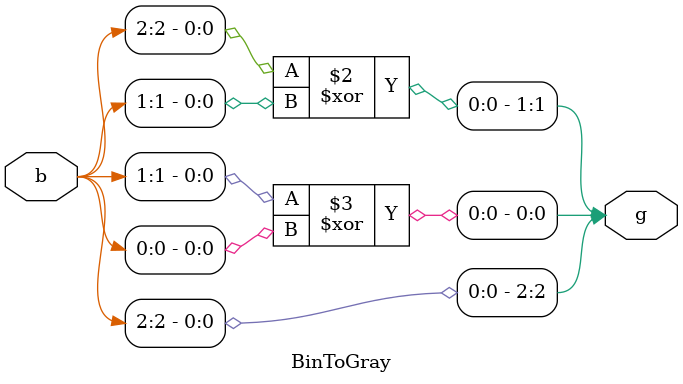
<source format=v>
`timescale 1ns / 1ps
module BinToGray(
	input [2:0]b,
	output [2:0]g
    );
	 reg [2:0]g;
	 always @(b)
	 begin
		g[2] = b[2];
		g[1] = b[2] ^ b[1];
		g[0] = b[1] ^ b[0];
	 end
	
endmodule

</source>
